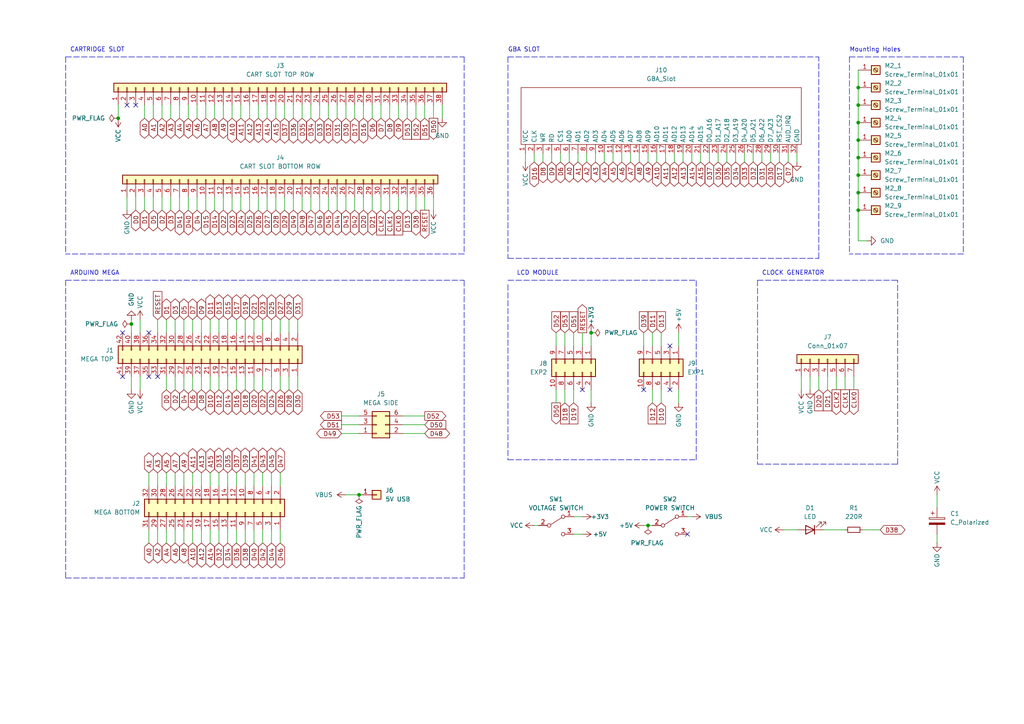
<source format=kicad_sch>
(kicad_sch (version 20211123) (generator eeschema)
  (paper "A4")
  (title_block (title "OSCR HW5") (date "2022-06-04") (rev "V2"))
  (junction (at 248.92 45.72))
  (junction (at 248.92 40.64))
  (junction (at 248.92 55.88))
  (junction (at 248.92 25.4))
  (junction (at 38.1 93.98))
  (junction (at 248.92 30.48))
  (junction (at 104.14 143.51))
  (junction (at 187.96 152.4))
  (junction (at 248.92 60.96))
  (junction (at 248.92 50.8))
  (junction (at 34.29 34.29))
  (junction (at 248.92 35.56))
  (junction (at 171.45 96.52))
  (no_connect (at 43.18 96.52))
  (no_connect (at 43.18 109.22))
  (no_connect (at 45.72 109.22))
  (no_connect (at 168.91 113.03))
  (no_connect (at 186.69 113.03))
  (no_connect (at 194.31 100.33))
  (no_connect (at 194.31 113.03))
  (no_connect (at 36.83 30.48))
  (no_connect (at 199.39 154.94))
  (no_connect (at 39.37 30.48))
  (no_connect (at 35.56 96.52))
  (no_connect (at 35.56 109.22))
  (wire (pts (xy 123.19 30.48) (xy 123.19 34.29)))
  (wire (pts (xy 49.53 57.15) (xy 49.53 60.96)))
  (wire (pts (xy 203.2 44.45) (xy 203.2 46.99)))
  (wire (pts (xy 39.37 57.15) (xy 39.37 60.96)))
  (wire (pts (xy 66.04 153.67) (xy 66.04 157.48)))
  (wire (pts (xy 57.15 57.15) (xy 57.15 60.96)))
  (wire (pts (xy 78.74 92.71) (xy 78.74 96.52)))
  (wire (pts (xy 175.26 44.45) (xy 175.26 46.99)))
  (wire (pts (xy 110.49 30.48) (xy 110.49 34.29)))
  (wire (pts (xy 92.71 30.48) (xy 92.71 34.29)))
  (wire (pts (xy 77.47 30.48) (xy 77.47 34.29)))
  (wire (pts (xy 248.92 40.64) (xy 248.92 45.72)))
  (wire (pts (xy 81.28 153.67) (xy 81.28 157.48)))
  (wire (pts (xy 223.52 44.45) (xy 223.52 46.99)))
  (wire (pts (xy 53.34 109.22) (xy 53.34 113.03)))
  (polyline (pts (xy 147.32 16.51) (xy 237.49 16.51)))
  (wire (pts (xy 118.11 30.48) (xy 118.11 34.29)))
  (wire (pts (xy 190.5 44.45) (xy 190.5 46.99)))
  (wire (pts (xy 82.55 57.15) (xy 82.55 60.96)))
  (wire (pts (xy 187.96 44.45) (xy 187.96 46.99)))
  (wire (pts (xy 52.07 57.15) (xy 52.07 60.96)))
  (wire (pts (xy 71.12 92.71) (xy 71.12 96.52)))
  (wire (pts (xy 100.33 143.51) (xy 104.14 143.51)))
  (wire (pts (xy 66.04 137.16) (xy 66.04 140.97)))
  (wire (pts (xy 73.66 109.22) (xy 73.66 113.03)))
  (wire (pts (xy 218.44 44.45) (xy 218.44 46.99)))
  (wire (pts (xy 99.06 120.65) (xy 104.14 120.65)))
  (wire (pts (xy 208.28 44.45) (xy 208.28 46.99)))
  (wire (pts (xy 170.18 44.45) (xy 170.18 46.99)))
  (wire (pts (xy 242.57 109.22) (xy 242.57 113.03)))
  (wire (pts (xy 157.48 44.45) (xy 157.48 46.99)))
  (wire (pts (xy 238.76 153.67) (xy 245.11 153.67)))
  (wire (pts (xy 189.23 113.03) (xy 189.23 116.84)))
  (wire (pts (xy 58.42 109.22) (xy 58.42 113.03)))
  (polyline (pts (xy 219.71 81.28) (xy 219.71 134.62)))
  (polyline (pts (xy 219.71 81.28) (xy 260.35 81.28)))
  (polyline (pts (xy 219.71 134.62) (xy 260.35 134.62)))
  (polyline (pts (xy 260.35 134.62) (xy 260.35 81.28)))
  (wire (pts (xy 107.95 30.48) (xy 107.95 34.29)))
  (wire (pts (xy 55.88 109.22) (xy 55.88 113.03)))
  (wire (pts (xy 248.92 69.85) (xy 251.46 69.85)))
  (wire (pts (xy 123.19 57.15) (xy 123.19 60.96)))
  (wire (pts (xy 41.91 30.48) (xy 41.91 34.29)))
  (wire (pts (xy 74.93 30.48) (xy 74.93 34.29)))
  (wire (pts (xy 116.84 120.65) (xy 123.19 120.65)))
  (wire (pts (xy 248.92 20.32) (xy 248.92 25.4)))
  (wire (pts (xy 72.39 30.48) (xy 72.39 34.29)))
  (wire (pts (xy 54.61 57.15) (xy 54.61 60.96)))
  (wire (pts (xy 80.01 57.15) (xy 80.01 60.96)))
  (wire (pts (xy 115.57 57.15) (xy 115.57 60.96)))
  (wire (pts (xy 165.1 44.45) (xy 165.1 46.99)))
  (wire (pts (xy 68.58 92.71) (xy 68.58 96.52)))
  (wire (pts (xy 60.96 92.71) (xy 60.96 96.52)))
  (wire (pts (xy 110.49 57.15) (xy 110.49 60.96)))
  (wire (pts (xy 248.92 35.56) (xy 248.92 40.64)))
  (wire (pts (xy 196.85 96.52) (xy 196.85 100.33)))
  (wire (pts (xy 45.72 137.16) (xy 45.72 140.97)))
  (wire (pts (xy 72.39 57.15) (xy 72.39 60.96)))
  (wire (pts (xy 160.02 44.45) (xy 160.02 46.99)))
  (wire (pts (xy 196.85 113.03) (xy 196.85 116.84)))
  (wire (pts (xy 64.77 30.48) (xy 64.77 34.29)))
  (wire (pts (xy 55.88 92.71) (xy 55.88 96.52)))
  (wire (pts (xy 193.04 44.45) (xy 193.04 46.99)))
  (wire (pts (xy 81.28 92.71) (xy 81.28 96.52)))
  (wire (pts (xy 191.77 96.52) (xy 191.77 100.33)))
  (wire (pts (xy 215.9 44.45) (xy 215.9 46.99)))
  (wire (pts (xy 248.92 55.88) (xy 248.92 60.96)))
  (wire (pts (xy 125.73 30.48) (xy 125.73 34.29)))
  (wire (pts (xy 46.99 30.48) (xy 46.99 34.29)))
  (wire (pts (xy 55.88 153.67) (xy 55.88 157.48)))
  (wire (pts (xy 240.03 109.22) (xy 240.03 113.03)))
  (wire (pts (xy 71.12 153.67) (xy 71.12 157.48)))
  (wire (pts (xy 205.74 44.45) (xy 205.74 46.99)))
  (wire (pts (xy 73.66 137.16) (xy 73.66 140.97)))
  (wire (pts (xy 63.5 137.16) (xy 63.5 140.97)))
  (wire (pts (xy 44.45 57.15) (xy 44.45 60.96)))
  (wire (pts (xy 105.41 30.48) (xy 105.41 34.29)))
  (polyline (pts (xy 147.32 74.93) (xy 237.49 74.93)))
  (wire (pts (xy 53.34 153.67) (xy 53.34 157.48)))
  (wire (pts (xy 71.12 109.22) (xy 71.12 113.03)))
  (polyline (pts (xy 246.38 16.51) (xy 246.38 73.66)))
  (polyline (pts (xy 246.38 16.51) (xy 279.4 16.51)))
  (polyline (pts (xy 279.4 16.51) (xy 279.4 73.66)))
  (polyline (pts (xy 279.4 73.66) (xy 246.38 73.66)))
  (wire (pts (xy 38.1 109.22) (xy 38.1 113.03)))
  (wire (pts (xy 41.91 57.15) (xy 41.91 60.96)))
  (wire (pts (xy 220.98 44.45) (xy 220.98 46.99)))
  (wire (pts (xy 187.96 152.4) (xy 189.23 152.4)))
  (wire (pts (xy 68.58 137.16) (xy 68.58 140.97)))
  (wire (pts (xy 44.45 30.48) (xy 44.45 34.29)))
  (wire (pts (xy 53.34 137.16) (xy 53.34 140.97)))
  (wire (pts (xy 120.65 57.15) (xy 120.65 60.96)))
  (wire (pts (xy 163.83 96.52) (xy 163.83 100.33)))
  (wire (pts (xy 50.8 92.71) (xy 50.8 96.52)))
  (wire (pts (xy 82.55 30.48) (xy 82.55 34.29)))
  (wire (pts (xy 68.58 109.22) (xy 68.58 113.03)))
  (wire (pts (xy 248.92 30.48) (xy 248.92 35.56)))
  (wire (pts (xy 81.28 109.22) (xy 81.28 113.03)))
  (wire (pts (xy 97.79 57.15) (xy 97.79 60.96)))
  (wire (pts (xy 163.83 113.03) (xy 163.83 116.84)))
  (wire (pts (xy 69.85 30.48) (xy 69.85 34.29)))
  (wire (pts (xy 248.92 45.72) (xy 248.92 50.8)))
  (wire (pts (xy 80.01 30.48) (xy 80.01 34.29)))
  (wire (pts (xy 90.17 57.15) (xy 90.17 60.96)))
  (polyline (pts (xy 19.05 16.51) (xy 19.05 73.66)))
  (polyline (pts (xy 19.05 16.51) (xy 134.62 16.51)))
  (polyline (pts (xy 134.62 16.51) (xy 134.62 73.66)))
  (polyline (pts (xy 134.62 73.66) (xy 19.05 73.66)))
  (wire (pts (xy 245.11 109.22) (xy 245.11 113.03)))
  (wire (pts (xy 60.96 137.16) (xy 60.96 140.97)))
  (wire (pts (xy 52.07 30.48) (xy 52.07 34.29)))
  (wire (pts (xy 248.92 50.8) (xy 248.92 55.88)))
  (wire (pts (xy 227.33 153.67) (xy 231.14 153.67)))
  (wire (pts (xy 78.74 137.16) (xy 78.74 140.97)))
  (wire (pts (xy 100.33 30.48) (xy 100.33 34.29)))
  (wire (pts (xy 58.42 92.71) (xy 58.42 96.52)))
  (wire (pts (xy 177.8 44.45) (xy 177.8 46.99)))
  (wire (pts (xy 58.42 137.16) (xy 58.42 140.97)))
  (wire (pts (xy 50.8 109.22) (xy 50.8 113.03)))
  (wire (pts (xy 38.1 92.71) (xy 38.1 93.98)))
  (wire (pts (xy 34.29 30.48) (xy 34.29 34.29)))
  (wire (pts (xy 95.25 30.48) (xy 95.25 34.29)))
  (wire (pts (xy 50.8 137.16) (xy 50.8 140.97)))
  (wire (pts (xy 154.94 152.4) (xy 156.21 152.4)))
  (wire (pts (xy 95.25 57.15) (xy 95.25 60.96)))
  (wire (pts (xy 77.47 57.15) (xy 77.47 60.96)))
  (wire (pts (xy 186.69 152.4) (xy 187.96 152.4)))
  (wire (pts (xy 64.77 57.15) (xy 64.77 60.96)))
  (wire (pts (xy 271.78 154.94) (xy 271.78 157.48)))
  (polyline (pts (xy 237.49 74.93) (xy 237.49 16.51)))
  (wire (pts (xy 67.31 30.48) (xy 67.31 34.29)))
  (wire (pts (xy 87.63 30.48) (xy 87.63 34.29)))
  (wire (pts (xy 113.03 30.48) (xy 113.03 34.29)))
  (wire (pts (xy 40.64 92.71) (xy 40.64 96.52)))
  (wire (pts (xy 38.1 93.98) (xy 38.1 96.52)))
  (wire (pts (xy 71.12 137.16) (xy 71.12 140.97)))
  (wire (pts (xy 232.41 109.22) (xy 232.41 113.03)))
  (wire (pts (xy 189.23 96.52) (xy 189.23 100.33)))
  (wire (pts (xy 78.74 109.22) (xy 78.74 113.03)))
  (wire (pts (xy 46.99 57.15) (xy 46.99 60.96)))
  (wire (pts (xy 48.26 137.16) (xy 48.26 140.97)))
  (polyline (pts (xy 147.32 81.28) (xy 201.93 81.28)))
  (polyline (pts (xy 147.32 82.55) (xy 147.32 133.35)))
  (polyline (pts (xy 147.32 133.35) (xy 201.93 133.35)))
  (polyline (pts (xy 201.93 133.35) (xy 201.93 81.28)))
  (wire (pts (xy 86.36 109.22) (xy 86.36 113.03)))
  (wire (pts (xy 162.56 44.45) (xy 162.56 46.99)))
  (wire (pts (xy 58.42 153.67) (xy 58.42 157.48)))
  (polyline (pts (xy 19.05 81.28) (xy 19.05 167.64)))
  (polyline (pts (xy 19.05 81.28) (xy 134.62 81.28)))
  (polyline (pts (xy 19.05 167.64) (xy 134.62 167.64)))
  (polyline (pts (xy 134.62 167.64) (xy 134.62 81.28)))
  (wire (pts (xy 107.95 57.15) (xy 107.95 60.96)))
  (wire (pts (xy 63.5 109.22) (xy 63.5 113.03)))
  (wire (pts (xy 199.39 149.86) (xy 200.66 149.86)))
  (wire (pts (xy 67.31 57.15) (xy 67.31 60.96)))
  (wire (pts (xy 99.06 123.19) (xy 104.14 123.19)))
  (wire (pts (xy 54.61 30.48) (xy 54.61 34.29)))
  (wire (pts (xy 161.29 113.03) (xy 161.29 116.84)))
  (wire (pts (xy 168.91 96.52) (xy 168.91 100.33)))
  (wire (pts (xy 53.34 92.71) (xy 53.34 96.52)))
  (wire (pts (xy 166.37 149.86) (xy 168.91 149.86)))
  (wire (pts (xy 68.58 153.67) (xy 68.58 157.48)))
  (wire (pts (xy 171.45 113.03) (xy 171.45 116.84)))
  (wire (pts (xy 161.29 96.52) (xy 161.29 100.33)))
  (wire (pts (xy 49.53 30.48) (xy 49.53 34.29)))
  (wire (pts (xy 271.78 143.51) (xy 271.78 147.32)))
  (wire (pts (xy 198.12 44.45) (xy 198.12 46.99)))
  (wire (pts (xy 154.94 44.45) (xy 154.94 46.99)))
  (wire (pts (xy 113.03 57.15) (xy 113.03 60.96)))
  (wire (pts (xy 60.96 153.67) (xy 60.96 157.48)))
  (wire (pts (xy 171.45 96.52) (xy 171.45 100.33)))
  (wire (pts (xy 102.87 30.48) (xy 102.87 34.29)))
  (wire (pts (xy 166.37 154.94) (xy 168.91 154.94)))
  (wire (pts (xy 180.34 44.45) (xy 180.34 46.99)))
  (wire (pts (xy 59.69 30.48) (xy 59.69 34.29)))
  (wire (pts (xy 45.72 153.67) (xy 45.72 157.48)))
  (wire (pts (xy 92.71 57.15) (xy 92.71 60.96)))
  (wire (pts (xy 186.69 96.52) (xy 186.69 100.33)))
  (wire (pts (xy 195.58 44.45) (xy 195.58 46.99)))
  (wire (pts (xy 237.49 109.22) (xy 237.49 113.03)))
  (wire (pts (xy 78.74 153.67) (xy 78.74 157.48)))
  (wire (pts (xy 62.23 57.15) (xy 62.23 60.96)))
  (wire (pts (xy 83.82 92.71) (xy 83.82 96.52)))
  (wire (pts (xy 63.5 153.67) (xy 63.5 157.48)))
  (wire (pts (xy 228.6 44.45) (xy 228.6 46.99)))
  (wire (pts (xy 76.2 153.67) (xy 76.2 157.48)))
  (wire (pts (xy 43.18 137.16) (xy 43.18 140.97)))
  (wire (pts (xy 128.27 30.48) (xy 128.27 34.29)))
  (wire (pts (xy 166.37 113.03) (xy 166.37 116.84)))
  (wire (pts (xy 248.92 25.4) (xy 248.92 30.48)))
  (wire (pts (xy 60.96 109.22) (xy 60.96 113.03)))
  (wire (pts (xy 74.93 57.15) (xy 74.93 60.96)))
  (wire (pts (xy 48.26 92.71) (xy 48.26 96.52)))
  (wire (pts (xy 73.66 92.71) (xy 73.66 96.52)))
  (wire (pts (xy 191.77 113.03) (xy 191.77 116.84)))
  (wire (pts (xy 115.57 30.48) (xy 115.57 34.29)))
  (wire (pts (xy 62.23 30.48) (xy 62.23 34.29)))
  (wire (pts (xy 105.41 57.15) (xy 105.41 60.96)))
  (wire (pts (xy 210.82 44.45) (xy 210.82 46.99)))
  (wire (pts (xy 120.65 30.48) (xy 120.65 34.29)))
  (wire (pts (xy 57.15 30.48) (xy 57.15 34.29)))
  (wire (pts (xy 85.09 57.15) (xy 85.09 60.96)))
  (wire (pts (xy 99.06 125.73) (xy 104.14 125.73)))
  (wire (pts (xy 45.72 92.71) (xy 45.72 96.52)))
  (wire (pts (xy 85.09 30.48) (xy 85.09 34.29)))
  (wire (pts (xy 83.82 109.22) (xy 83.82 113.03)))
  (wire (pts (xy 76.2 137.16) (xy 76.2 140.97)))
  (wire (pts (xy 40.64 109.22) (xy 40.64 113.03)))
  (polyline (pts (xy 147.32 16.51) (xy 147.32 74.93)))
  (wire (pts (xy 213.36 44.45) (xy 213.36 46.99)))
  (wire (pts (xy 116.84 125.73) (xy 123.19 125.73)))
  (wire (pts (xy 118.11 57.15) (xy 118.11 60.96)))
  (wire (pts (xy 116.84 123.19) (xy 123.19 123.19)))
  (wire (pts (xy 50.8 153.67) (xy 50.8 157.48)))
  (wire (pts (xy 87.63 57.15) (xy 87.63 60.96)))
  (wire (pts (xy 69.85 57.15) (xy 69.85 60.96)))
  (wire (pts (xy 247.65 109.22) (xy 247.65 113.03)))
  (wire (pts (xy 66.04 92.71) (xy 66.04 96.52)))
  (wire (pts (xy 125.73 57.15) (xy 125.73 60.96)))
  (wire (pts (xy 182.88 44.45) (xy 182.88 46.99)))
  (wire (pts (xy 48.26 153.67) (xy 48.26 157.48)))
  (wire (pts (xy 172.72 44.45) (xy 172.72 46.99)))
  (wire (pts (xy 90.17 30.48) (xy 90.17 34.29)))
  (wire (pts (xy 250.19 153.67) (xy 255.27 153.67)))
  (wire (pts (xy 97.79 30.48) (xy 97.79 34.29)))
  (wire (pts (xy 167.64 44.45) (xy 167.64 46.99)))
  (wire (pts (xy 43.18 153.67) (xy 43.18 157.48)))
  (wire (pts (xy 36.83 57.15) (xy 36.83 60.96)))
  (wire (pts (xy 185.42 44.45) (xy 185.42 46.99)))
  (wire (pts (xy 166.37 96.52) (xy 166.37 100.33)))
  (wire (pts (xy 231.14 44.45) (xy 231.14 46.99)))
  (wire (pts (xy 66.04 109.22) (xy 66.04 113.03)))
  (wire (pts (xy 100.33 57.15) (xy 100.33 60.96)))
  (wire (pts (xy 76.2 109.22) (xy 76.2 113.03)))
  (wire (pts (xy 76.2 92.71) (xy 76.2 96.52)))
  (wire (pts (xy 48.26 109.22) (xy 48.26 113.03)))
  (wire (pts (xy 73.66 153.67) (xy 73.66 157.48)))
  (wire (pts (xy 55.88 137.16) (xy 55.88 140.97)))
  (wire (pts (xy 102.87 57.15) (xy 102.87 60.96)))
  (wire (pts (xy 200.66 44.45) (xy 200.66 46.99)))
  (wire (pts (xy 234.95 109.22) (xy 234.95 113.03)))
  (wire (pts (xy 248.92 60.96) (xy 248.92 69.85)))
  (wire (pts (xy 59.69 57.15) (xy 59.69 60.96)))
  (wire (pts (xy 86.36 92.71) (xy 86.36 96.52)))
  (wire (pts (xy 63.5 92.71) (xy 63.5 96.52)))
  (wire (pts (xy 152.4 44.45) (xy 152.4 46.99)))
  (wire (pts (xy 226.06 44.45) (xy 226.06 46.99)))
  (wire (pts (xy 81.28 137.16) (xy 81.28 140.97)))
  (text "LCD MODULE" (at 149.86 80.01 0) (effects (font (size 1.27 1.27)) (justify left bottom)))
  (text "CLOCK GENERATOR" (at 220.98 80.01 0) (effects (font (size 1.27 1.27)) (justify left bottom)))
  (text "CARTRIDGE SLOT" (at 20.32 15.24 0) (effects (font (size 1.27 1.27)) (justify left bottom)))
  (text "GBA SLOT" (at 147.32 15.24 0) (effects (font (size 1.27 1.27)) (justify left bottom)))
  (text "ARDUINO MEGA" (at 20.32 80.01 0) (effects (font (size 1.27 1.27)) (justify left bottom)))
  (text "Mounting Holes" (at 246.38 15.24 0) (effects (font (size 1.27 1.27)) (justify left bottom)))
  (global_label "D14" (shape bidirectional) (at 66.04 113.03 270) (property "Intersheet References" "${INTERSHEET_REFS}" (effects hide)))
  (global_label "A7" (shape bidirectional) (at 182.88 46.99 270) (property "Intersheet References" "${INTERSHEET_REFS}" (effects hide)))
  (global_label "D44" (shape bidirectional) (at 78.74 157.48 270) (property "Intersheet References" "${INTERSHEET_REFS}" (effects hide)))
  (global_label "A6" (shape bidirectional) (at 57.15 34.29 270) (property "Intersheet References" "${INTERSHEET_REFS}" (effects hide)))
  (global_label "D6" (shape bidirectional) (at 162.56 46.99 270) (property "Intersheet References" "${INTERSHEET_REFS}" (effects hide)))
  (global_label "D11" (shape input) (at 189.23 96.52 90) (property "Intersheet References" "${INTERSHEET_REFS}" (effects hide)))
  (global_label "D51" (shape input) (at 123.19 34.29 270) (property "Intersheet References" "${INTERSHEET_REFS}" (effects hide)))
  (global_label "D38" (shape bidirectional) (at 71.12 157.48 270) (property "Intersheet References" "${INTERSHEET_REFS}" (effects hide)))
  (global_label "D29" (shape bidirectional) (at 82.55 60.96 270) (property "Intersheet References" "${INTERSHEET_REFS}" (effects hide)))
  (global_label "A10" (shape bidirectional) (at 55.88 157.48 270) (property "Intersheet References" "${INTERSHEET_REFS}" (effects hide)))
  (global_label "A9" (shape bidirectional) (at 64.77 34.29 270) (property "Intersheet References" "${INTERSHEET_REFS}" (effects hide)))
  (global_label "D31" (shape bidirectional) (at 97.79 34.29 270) (property "Intersheet References" "${INTERSHEET_REFS}" (effects hide)))
  (global_label "D4" (shape bidirectional) (at 53.34 113.03 270) (property "Intersheet References" "${INTERSHEET_REFS}" (effects hide)))
  (global_label "D24" (shape bidirectional) (at 69.85 60.96 270) (property "Intersheet References" "${INTERSHEET_REFS}" (effects hide)))
  (global_label "D28" (shape bidirectional) (at 83.82 113.03 270) (property "Intersheet References" "${INTERSHEET_REFS}" (effects hide)))
  (global_label "D9" (shape bidirectional) (at 160.02 46.99 270) (property "Intersheet References" "${INTERSHEET_REFS}" (effects hide)))
  (global_label "D19" (shape bidirectional) (at 71.12 92.71 90) (property "Intersheet References" "${INTERSHEET_REFS}" (effects hide)))
  (global_label "CLK2" (shape output) (at 242.57 113.03 270) (property "Intersheet References" "${INTERSHEET_REFS}" (effects hide)))
  (global_label "D0" (shape bidirectional) (at 48.26 113.03 270) (property "Intersheet References" "${INTERSHEET_REFS}" (effects hide)))
  (global_label "D50" (shape output) (at 125.73 34.29 270) (property "Intersheet References" "${INTERSHEET_REFS}" (effects hide)))
  (global_label "D17" (shape bidirectional) (at 102.87 34.29 270) (property "Intersheet References" "${INTERSHEET_REFS}" (effects hide)))
  (global_label "D37" (shape bidirectional) (at 68.58 137.16 90) (property "Intersheet References" "${INTERSHEET_REFS}" (effects hide)))
  (global_label "D7" (shape bidirectional) (at 228.6 46.99 270) (property "Intersheet References" "${INTERSHEET_REFS}" (effects hide)))
  (global_label "D34" (shape bidirectional) (at 90.17 34.29 270) (property "Intersheet References" "${INTERSHEET_REFS}" (effects hide)))
  (global_label "A11" (shape bidirectional) (at 69.85 34.29 270) (property "Intersheet References" "${INTERSHEET_REFS}" (effects hide)))
  (global_label "A6" (shape bidirectional) (at 50.8 157.48 270) (property "Intersheet References" "${INTERSHEET_REFS}" (effects hide)))
  (global_label "D46" (shape bidirectional) (at 92.71 60.96 270) (property "Intersheet References" "${INTERSHEET_REFS}" (effects hide)))
  (global_label "A2" (shape bidirectional) (at 170.18 46.99 270) (property "Intersheet References" "${INTERSHEET_REFS}" (effects hide)))
  (global_label "D25" (shape bidirectional) (at 72.39 60.96 270) (property "Intersheet References" "${INTERSHEET_REFS}" (effects hide)))
  (global_label "A5" (shape bidirectional) (at 177.8 46.99 270) (property "Intersheet References" "${INTERSHEET_REFS}" (effects hide)))
  (global_label "D24" (shape bidirectional) (at 78.74 113.03 270) (property "Intersheet References" "${INTERSHEET_REFS}" (effects hide)))
  (global_label "CLK1" (shape input) (at 113.03 60.96 270) (property "Intersheet References" "${INTERSHEET_REFS}" (effects hide)))
  (global_label "A5" (shape bidirectional) (at 54.61 34.29 270) (property "Intersheet References" "${INTERSHEET_REFS}" (effects hide)))
  (global_label "D50" (shape output) (at 161.29 116.84 270) (property "Intersheet References" "${INTERSHEET_REFS}" (effects hide)))
  (global_label "A13" (shape bidirectional) (at 198.12 46.99 270) (property "Intersheet References" "${INTERSHEET_REFS}" (effects hide)))
  (global_label "CLK0" (shape output) (at 247.65 113.03 270) (property "Intersheet References" "${INTERSHEET_REFS}" (effects hide)))
  (global_label "A11" (shape bidirectional) (at 55.88 137.16 90) (property "Intersheet References" "${INTERSHEET_REFS}" (effects hide)))
  (global_label "D49" (shape bidirectional) (at 85.09 60.96 270) (property "Intersheet References" "${INTERSHEET_REFS}" (effects hide)))
  (global_label "D7" (shape bidirectional) (at 110.49 34.29 270) (property "Intersheet References" "${INTERSHEET_REFS}" (effects hide)))
  (global_label "D46" (shape bidirectional) (at 81.28 157.48 270) (property "Intersheet References" "${INTERSHEET_REFS}" (effects hide)))
  (global_label "D48" (shape bidirectional) (at 123.19 125.73 0) (property "Intersheet References" "${INTERSHEET_REFS}" (effects hide)))
  (global_label "D21" (shape bidirectional) (at 73.66 92.71 90) (property "Intersheet References" "${INTERSHEET_REFS}" (effects hide)))
  (global_label "D6" (shape bidirectional) (at 55.88 113.03 270) (property "Intersheet References" "${INTERSHEET_REFS}" (effects hide)))
  (global_label "D16" (shape bidirectional) (at 105.41 34.29 270) (property "Intersheet References" "${INTERSHEET_REFS}" (effects hide)))
  (global_label "D33" (shape bidirectional) (at 92.71 34.29 270) (property "Intersheet References" "${INTERSHEET_REFS}" (effects hide)))
  (global_label "A12" (shape bidirectional) (at 72.39 34.29 270) (property "Intersheet References" "${INTERSHEET_REFS}" (effects hide)))
  (global_label "CLK0" (shape input) (at 115.57 60.96 270) (property "Intersheet References" "${INTERSHEET_REFS}" (effects hide)))
  (global_label "D9" (shape bidirectional) (at 115.57 34.29 270) (property "Intersheet References" "${INTERSHEET_REFS}" (effects hide)))
  (global_label "D53" (shape input) (at 118.11 34.29 270) (property "Intersheet References" "${INTERSHEET_REFS}" (effects hide)))
  (global_label "D17" (shape bidirectional) (at 68.58 92.71 90) (property "Intersheet References" "${INTERSHEET_REFS}" (effects hide)))
  (global_label "D38" (shape bidirectional) (at 120.65 60.96 270) (property "Intersheet References" "${INTERSHEET_REFS}" (effects hide)))
  (global_label "A7" (shape bidirectional) (at 59.69 34.29 270) (property "Intersheet References" "${INTERSHEET_REFS}" (effects hide)))
  (global_label "D52" (shape input) (at 120.65 34.29 270) (property "Intersheet References" "${INTERSHEET_REFS}" (effects hide)))
  (global_label "D30" (shape bidirectional) (at 100.33 34.29 270) (property "Intersheet References" "${INTERSHEET_REFS}" (effects hide)))
  (global_label "D13" (shape input) (at 191.77 96.52 90) (property "Intersheet References" "${INTERSHEET_REFS}" (effects hide)))
  (global_label "D8" (shape bidirectional) (at 58.42 113.03 270) (property "Intersheet References" "${INTERSHEET_REFS}" (effects hide)))
  (global_label "D40" (shape bidirectional) (at 54.61 60.96 270) (property "Intersheet References" "${INTERSHEET_REFS}" (effects hide)))
  (global_label "D15" (shape bidirectional) (at 59.69 60.96 270) (property "Intersheet References" "${INTERSHEET_REFS}" (effects hide)))
  (global_label "A10" (shape bidirectional) (at 190.5 46.99 270) (property "Intersheet References" "${INTERSHEET_REFS}" (effects hide)))
  (global_label "D34" (shape bidirectional) (at 66.04 157.48 270) (property "Intersheet References" "${INTERSHEET_REFS}" (effects hide)))
  (global_label "D22" (shape bidirectional) (at 76.2 113.03 270) (property "Intersheet References" "${INTERSHEET_REFS}" (effects hide)))
  (global_label "D26" (shape bidirectional) (at 81.28 113.03 270) (property "Intersheet References" "${INTERSHEET_REFS}" (effects hide)))
  (global_label "D28" (shape bidirectional) (at 80.01 60.96 270) (property "Intersheet References" "${INTERSHEET_REFS}" (effects hide)))
  (global_label "A3" (shape bidirectional) (at 172.72 46.99 270) (property "Intersheet References" "${INTERSHEET_REFS}" (effects hide)))
  (global_label "D42" (shape bidirectional) (at 76.2 157.48 270) (property "Intersheet References" "${INTERSHEET_REFS}" (effects hide)))
  (global_label "D43" (shape bidirectional) (at 76.2 137.16 90) (property "Intersheet References" "${INTERSHEET_REFS}" (effects hide)))
  (global_label "A1" (shape bidirectional) (at 44.45 34.29 270) (property "Intersheet References" "${INTERSHEET_REFS}" (effects hide)))
  (global_label "D47" (shape bidirectional) (at 90.17 60.96 270) (property "Intersheet References" "${INTERSHEET_REFS}" (effects hide)))
  (global_label "D12" (shape input) (at 189.23 116.84 270) (property "Intersheet References" "${INTERSHEET_REFS}" (effects hide)))
  (global_label "D36" (shape bidirectional) (at 68.58 157.48 270) (property "Intersheet References" "${INTERSHEET_REFS}" (effects hide)))
  (global_label "A13" (shape bidirectional) (at 74.93 34.29 270) (property "Intersheet References" "${INTERSHEET_REFS}" (effects hide)))
  (global_label "D16" (shape bidirectional) (at 68.58 113.03 270) (property "Intersheet References" "${INTERSHEET_REFS}" (effects hide)))
  (global_label "D18" (shape input) (at 163.83 116.84 270) (property "Intersheet References" "${INTERSHEET_REFS}" (effects hide)))
  (global_label "A3" (shape bidirectional) (at 49.53 34.29 270) (property "Intersheet References" "${INTERSHEET_REFS}" (effects hide)))
  (global_label "A12" (shape bidirectional) (at 58.42 157.48 270) (property "Intersheet References" "${INTERSHEET_REFS}" (effects hide)))
  (global_label "D49" (shape bidirectional) (at 99.06 125.73 180) (property "Intersheet References" "${INTERSHEET_REFS}" (effects hide)))
  (global_label "D51" (shape output) (at 99.06 123.19 180) (property "Intersheet References" "${INTERSHEET_REFS}" (effects hide)))
  (global_label "A9" (shape bidirectional) (at 53.34 137.16 90) (property "Intersheet References" "${INTERSHEET_REFS}" (effects hide)))
  (global_label "A11" (shape bidirectional) (at 193.04 46.99 270) (property "Intersheet References" "${INTERSHEET_REFS}" (effects hide)))
  (global_label "D43" (shape bidirectional) (at 100.33 60.96 270) (property "Intersheet References" "${INTERSHEET_REFS}" (effects hide)))
  (global_label "D8" (shape bidirectional) (at 113.03 34.29 270) (property "Intersheet References" "${INTERSHEET_REFS}" (effects hide)))
  (global_label "D36" (shape bidirectional) (at 85.09 34.29 270) (property "Intersheet References" "${INTERSHEET_REFS}" (effects hide)))
  (global_label "D35" (shape bidirectional) (at 210.82 46.99 270) (property "Intersheet References" "${INTERSHEET_REFS}" (effects hide)))
  (global_label "D47" (shape bidirectional) (at 81.28 137.16 90) (property "Intersheet References" "${INTERSHEET_REFS}" (effects hide)))
  (global_label "D45" (shape bidirectional) (at 78.74 137.16 90) (property "Intersheet References" "${INTERSHEET_REFS}" (effects hide)))
  (global_label "A2" (shape bidirectional) (at 45.72 157.48 270) (property "Intersheet References" "${INTERSHEET_REFS}" (effects hide)))
  (global_label "D23" (shape bidirectional) (at 67.31 60.96 270) (property "Intersheet References" "${INTERSHEET_REFS}" (effects hide)))
  (global_label "D31" (shape bidirectional) (at 86.36 92.71 90) (property "Intersheet References" "${INTERSHEET_REFS}" (effects hide)))
  (global_label "D30" (shape bidirectional) (at 223.52 46.99 270) (property "Intersheet References" "${INTERSHEET_REFS}" (effects hide)))
  (global_label "D33" (shape bidirectional) (at 215.9 46.99 270) (property "Intersheet References" "${INTERSHEET_REFS}" (effects hide)))
  (global_label "D1" (shape bidirectional) (at 41.91 60.96 270) (property "Intersheet References" "${INTERSHEET_REFS}" (effects hide)))
  (global_label "D39" (shape bidirectional) (at 71.12 137.16 90) (property "Intersheet References" "${INTERSHEET_REFS}" (effects hide)))
  (global_label "D25" (shape bidirectional) (at 78.74 92.71 90) (property "Intersheet References" "${INTERSHEET_REFS}" (effects hide)))
  (global_label "D14" (shape bidirectional) (at 62.23 60.96 270) (property "Intersheet References" "${INTERSHEET_REFS}" (effects hide)))
  (global_label "A13" (shape bidirectional) (at 58.42 137.16 90) (property "Intersheet References" "${INTERSHEET_REFS}" (effects hide)))
  (global_label "D31" (shape bidirectional) (at 220.98 46.99 270) (property "Intersheet References" "${INTERSHEET_REFS}" (effects hide)))
  (global_label "D19" (shape input) (at 166.37 116.84 270) (property "Intersheet References" "${INTERSHEET_REFS}" (effects hide)))
  (global_label "A9" (shape bidirectional) (at 187.96 46.99 270) (property "Intersheet References" "${INTERSHEET_REFS}" (effects hide)))
  (global_label "D4" (shape bidirectional) (at 57.15 60.96 270) (property "Intersheet References" "${INTERSHEET_REFS}" (effects hide)))
  (global_label "D22" (shape bidirectional) (at 64.77 60.96 270) (property "Intersheet References" "${INTERSHEET_REFS}" (effects hide)))
  (global_label "A5" (shape bidirectional) (at 48.26 137.16 90) (property "Intersheet References" "${INTERSHEET_REFS}" (effects hide)))
  (global_label "D2" (shape bidirectional) (at 46.99 60.96 270) (property "Intersheet References" "${INTERSHEET_REFS}" (effects hide)))
  (global_label "D50" (shape input) (at 123.19 123.19 0) (property "Intersheet References" "${INTERSHEET_REFS}" (effects hide)))
  (global_label "D17" (shape bidirectional) (at 226.06 46.99 270) (property "Intersheet References" "${INTERSHEET_REFS}" (effects hide)))
  (global_label "CLK1" (shape output) (at 245.11 113.03 270) (property "Intersheet References" "${INTERSHEET_REFS}" (effects hide)))
  (global_label "D35" (shape bidirectional) (at 87.63 34.29 270) (property "Intersheet References" "${INTERSHEET_REFS}" (effects hide)))
  (global_label "D39" (shape input) (at 186.69 96.52 90) (property "Intersheet References" "${INTERSHEET_REFS}" (effects hide)))
  (global_label "D21" (shape bidirectional) (at 107.95 60.96 270) (property "Intersheet References" "${INTERSHEET_REFS}" (effects hide)))
  (global_label "A0" (shape bidirectional) (at 41.91 34.29 270) (property "Intersheet References" "${INTERSHEET_REFS}" (effects hide)))
  (global_label "D13" (shape bidirectional) (at 63.5 92.71 90) (property "Intersheet References" "${INTERSHEET_REFS}" (effects hide)))
  (global_label "D27" (shape bidirectional) (at 81.28 92.71 90) (property "Intersheet References" "${INTERSHEET_REFS}" (effects hide)))
  (global_label "RESET" (shape input) (at 45.72 92.71 90) (property "Intersheet References" "${INTERSHEET_REFS}" (effects hide)))
  (global_label "D44" (shape bidirectional) (at 97.79 60.96 270) (property "Intersheet References" "${INTERSHEET_REFS}" (effects hide)))
  (global_label "A14" (shape bidirectional) (at 60.96 157.48 270) (property "Intersheet References" "${INTERSHEET_REFS}" (effects hide)))
  (global_label "D34" (shape bidirectional) (at 213.36 46.99 270) (property "Intersheet References" "${INTERSHEET_REFS}" (effects hide)))
  (global_label "D48" (shape bidirectional) (at 87.63 60.96 270) (property "Intersheet References" "${INTERSHEET_REFS}" (effects hide)))
  (global_label "A10" (shape bidirectional) (at 67.31 34.29 270) (property "Intersheet References" "${INTERSHEET_REFS}" (effects hide)))
  (global_label "D15" (shape bidirectional) (at 66.04 92.71 90) (property "Intersheet References" "${INTERSHEET_REFS}" (effects hide)))
  (global_label "A8" (shape bidirectional) (at 185.42 46.99 270) (property "Intersheet References" "${INTERSHEET_REFS}" (effects hide)))
  (global_label "D27" (shape bidirectional) (at 77.47 60.96 270) (property "Intersheet References" "${INTERSHEET_REFS}" (effects hide)))
  (global_label "D0" (shape bidirectional) (at 39.37 60.96 270) (property "Intersheet References" "${INTERSHEET_REFS}" (effects hide)))
  (global_label "D38" (shape bidirectional) (at 255.27 153.67 0) (property "Intersheet References" "${INTERSHEET_REFS}" (effects hide)))
  (global_label "D1" (shape bidirectional) (at 48.26 92.71 90) (property "Intersheet References" "${INTERSHEET_REFS}" (effects hide)))
  (global_label "D2" (shape bidirectional) (at 50.8 113.03 270) (property "Intersheet References" "${INTERSHEET_REFS}" (effects hide)))
  (global_label "A0" (shape bidirectional) (at 165.1 46.99 270) (property "Intersheet References" "${INTERSHEET_REFS}" (effects hide)))
  (global_label "D33" (shape bidirectional) (at 63.5 137.16 90) (property "Intersheet References" "${INTERSHEET_REFS}" (effects hide)))
  (global_label "A4" (shape bidirectional) (at 175.26 46.99 270) (property "Intersheet References" "${INTERSHEET_REFS}" (effects hide)))
  (global_label "D16" (shape bidirectional) (at 154.94 46.99 270) (property "Intersheet References" "${INTERSHEET_REFS}" (effects hide)))
  (global_label "D3" (shape bidirectional) (at 49.53 60.96 270) (property "Intersheet References" "${INTERSHEET_REFS}" (effects hide)))
  (global_label "D36" (shape bidirectional) (at 208.28 46.99 270) (property "Intersheet References" "${INTERSHEET_REFS}" (effects hide)))
  (global_label "D42" (shape bidirectional) (at 102.87 60.96 270) (property "Intersheet References" "${INTERSHEET_REFS}" (effects hide)))
  (global_label "D40" (shape bidirectional) (at 73.66 157.48 270) (property "Intersheet References" "${INTERSHEET_REFS}" (effects hide)))
  (global_label "D3" (shape bidirectional) (at 50.8 92.71 90) (property "Intersheet References" "${INTERSHEET_REFS}" (effects hide)))
  (global_label "D41" (shape bidirectional) (at 52.07 60.96 270) (property "Intersheet References" "${INTERSHEET_REFS}" (effects hide)))
  (global_label "D13" (shape input) (at 118.11 60.96 270) (property "Intersheet References" "${INTERSHEET_REFS}" (effects hide)))
  (global_label "D18" (shape bidirectional) (at 71.12 113.03 270) (property "Intersheet References" "${INTERSHEET_REFS}" (effects hide)))
  (global_label "D7" (shape bidirectional) (at 55.88 92.71 90) (property "Intersheet References" "${INTERSHEET_REFS}" (effects hide)))
  (global_label "D32" (shape bidirectional) (at 95.25 34.29 270) (property "Intersheet References" "${INTERSHEET_REFS}" (effects hide)))
  (global_label "A4" (shape bidirectional) (at 48.26 157.48 270) (property "Intersheet References" "${INTERSHEET_REFS}" (effects hide)))
  (global_label "A1" (shape bidirectional) (at 43.18 137.16 90) (property "Intersheet References" "${INTERSHEET_REFS}" (effects hide)))
  (global_label "D37" (shape bidirectional) (at 82.55 34.29 270) (property "Intersheet References" "${INTERSHEET_REFS}" (effects hide)))
  (global_label "A3" (shape bidirectional) (at 45.72 137.16 90) (property "Intersheet References" "${INTERSHEET_REFS}" (effects hide)))
  (global_label "A6" (shape bidirectional) (at 180.34 46.99 270) (property "Intersheet References" "${INTERSHEET_REFS}" (effects hide)))
  (global_label "D12" (shape bidirectional) (at 63.5 113.03 270) (property "Intersheet References" "${INTERSHEET_REFS}" (effects hide)))
  (global_label "D21" (shape input) (at 240.03 113.03 270) (property "Intersheet References" "${INTERSHEET_REFS}" (effects hide)))
  (global_label "A15" (shape bidirectional) (at 203.2 46.99 270) (property "Intersheet References" "${INTERSHEET_REFS}" (effects hide)))
  (global_label "D11" (shape bidirectional) (at 60.96 92.71 90) (property "Intersheet References" "${INTERSHEET_REFS}" (effects hide)))
  (global_label "A14" (shape bidirectional) (at 200.66 46.99 270) (property "Intersheet References" "${INTERSHEET_REFS}" (effects hide)))
  (global_label "A14" (shape bidirectional) (at 77.47 34.29 270) (property "Intersheet References" "${INTERSHEET_REFS}" (effects hide)))
  (global_label "RESET" (shape output) (at 123.19 60.96 270) (property "Intersheet References" "${INTERSHEET_REFS}" (effects hide)))
  (global_label "D23" (shape bidirectional) (at 76.2 92.71 90) (property "Intersheet References" "${INTERSHEET_REFS}" (effects hide)))
  (global_label "D32" (shape bidirectional) (at 218.44 46.99 270) (property "Intersheet References" "${INTERSHEET_REFS}" (effects hide)))
  (global_label "D9" (shape bidirectional) (at 58.42 92.71 90) (property "Intersheet References" "${INTERSHEET_REFS}" (effects hide)))
  (global_label "A7" (shape bidirectional) (at 50.8 137.16 90) (property "Intersheet References" "${INTERSHEET_REFS}" (effects hide)))
  (global_label "D45" (shape bidirectional) (at 95.25 60.96 270) (property "Intersheet References" "${INTERSHEET_REFS}" (effects hide)))
  (global_label "A15" (shape bidirectional) (at 80.01 34.29 270) (property "Intersheet References" "${INTERSHEET_REFS}" (effects hide)))
  (global_label "D6" (shape bidirectional) (at 107.95 34.29 270) (property "Intersheet References" "${INTERSHEET_REFS}" (effects hide)))
  (global_label "A8" (shape bidirectional) (at 53.34 157.48 270) (property "Intersheet References" "${INTERSHEET_REFS}" (effects hide)))
  (global_label "D20" (shape bidirectional) (at 105.41 60.96 270) (property "Intersheet References" "${INTERSHEET_REFS}" (effects hide)))
  (global_label "D5" (shape bidirectional) (at 53.34 92.71 90) (property "Intersheet References" "${INTERSHEET_REFS}" (effects hide)))
  (global_label "D29" (shape bidirectional) (at 83.82 92.71 90) (property "Intersheet References" "${INTERSHEET_REFS}" (effects hide)))
  (global_label "D53" (shape input) (at 163.83 96.52 90) (property "Intersheet References" "${INTERSHEET_REFS}" (effects hide)))
  (global_label "D10" (shape bidirectional) (at 60.96 113.03 270) (property "Intersheet References" "${INTERSHEET_REFS}" (effects hide)))
  (global_label "D20" (shape input) (at 237.49 113.03 270) (property "Intersheet References" "${INTERSHEET_REFS}" (effects hide)))
  (global_label "CLK2" (shape input) (at 110.49 60.96 270) (property "Intersheet References" "${INTERSHEET_REFS}" (effects hide)))
  (global_label "D26" (shape bidirectional) (at 74.93 60.96 270) (property "Intersheet References" "${INTERSHEET_REFS}" (effects hide)))
  (global_label "D51" (shape input) (at 166.37 96.52 90) (property "Intersheet References" "${INTERSHEET_REFS}" (effects hide)))
  (global_label "D30" (shape bidirectional) (at 86.36 113.03 270) (property "Intersheet References" "${INTERSHEET_REFS}" (effects hide)))
  (global_label "D5" (shape bidirectional) (at 44.45 60.96 270) (property "Intersheet References" "${INTERSHEET_REFS}" (effects hide)))
  (global_label "D52" (shape output) (at 123.19 120.65 0) (property "Intersheet References" "${INTERSHEET_REFS}" (effects hide)))
  (global_label "D53" (shape output) (at 99.06 120.65 180) (property "Intersheet References" "${INTERSHEET_REFS}" (effects hide)))
  (global_label "A4" (shape bidirectional) (at 52.07 34.29 270) (property "Intersheet References" "${INTERSHEET_REFS}" (effects hide)))
  (global_label "RESET" (shape output) (at 168.91 96.52 90) (property "Intersheet References" "${INTERSHEET_REFS}" (effects hide)))
  (global_label "D35" (shape bidirectional) (at 66.04 137.16 90) (property "Intersheet References" "${INTERSHEET_REFS}" (effects hide)))
  (global_label "A1" (shape bidirectional) (at 167.64 46.99 270) (property "Intersheet References" "${INTERSHEET_REFS}" (effects hide)))
  (global_label "A12" (shape bidirectional) (at 195.58 46.99 270) (property "Intersheet References" "${INTERSHEET_REFS}" (effects hide)))
  (global_label "D41" (shape bidirectional) (at 73.66 137.16 90) (property "Intersheet References" "${INTERSHEET_REFS}" (effects hide)))
  (global_label "D37" (shape bidirectional) (at 205.74 46.99 270) (property "Intersheet References" "${INTERSHEET_REFS}" (effects hide)))
  (global_label "A8" (shape bidirectional) (at 62.23 34.29 270) (property "Intersheet References" "${INTERSHEET_REFS}" (effects hide)))
  (global_label "D8" (shape bidirectional) (at 157.48 46.99 270) (property "Intersheet References" "${INTERSHEET_REFS}" (effects hide)))
  (global_label "D10" (shape input) (at 191.77 116.84 270) (property "Intersheet References" "${INTERSHEET_REFS}" (effects hide)))
  (global_label "A0" (shape bidirectional) (at 43.18 157.48 270) (property "Intersheet References" "${INTERSHEET_REFS}" (effects hide)))
  (global_label "D52" (shape input) (at 161.29 96.52 90) (property "Intersheet References" "${INTERSHEET_REFS}" (effects hide)))
  (global_label "D32" (shape bidirectional) (at 63.5 157.48 270) (property "Intersheet References" "${INTERSHEET_REFS}" (effects hide)))
  (global_label "A2" (shape bidirectional) (at 46.99 34.29 270) (property "Intersheet References" "${INTERSHEET_REFS}" (effects hide)))
  (global_label "A15" (shape bidirectional) (at 60.96 137.16 90) (property "Intersheet References" "${INTERSHEET_REFS}" (effects hide)))
  (global_label "D20" (shape bidirectional) (at 73.66 113.03 270) (property "Intersheet References" "${INTERSHEET_REFS}" (effects hide)))
  (symbol (lib_id "power:GND") (at 196.85 116.84 0) (unit 1)
    (property "Reference" "#PWR019" (effects hide))
    (property "Value" "GND" (at 196.85 121.92 90))
  )
  (symbol (lib_id "Connector_Generic:Conn_01x36") (at 80.01 52.07 90) (unit 1)
    (property "Reference" "J4" (at 81.28 45.72 90))
    (property "Value" "CART SLOT BOTTOM ROW" (at 81.28 48.26 90))
    (property "Footprint" "Connector_PinSocket_2.54mm:PinSocket_1x36_P2.54mm_Vertical" (effects hide))
  )
  (symbol (lib_id "power:VCC") (at 232.41 113.03 180) (unit 1)
    (property "Reference" "#PWR024" (effects hide))
    (property "Value" "VCC" (at 232.41 118.11 90))
  )
  (symbol (lib_id "Connector:Screw_Terminal_01x01") (at 254 55.88 0) (unit 1)
    (property "Reference" "M2_8" (at 256.54 54.6099 0) (effects (justify left)))
    (property "Value" "Screw_Terminal_01x01" (at 256.54 57.1499 0) (effects (justify left)))
  )
  (symbol (lib_id "power:PWR_FLAG") (at 38.1 93.98 90) (unit 1)
    (property "Reference" "#FLG03" (effects hide))
    (property "Value" "PWR_FLAG" (at 34.29 93.9799 90) (effects (justify left)))
  )
  (symbol (lib_id "Connector:Screw_Terminal_01x01") (at 254 45.72 0) (unit 1)
    (property "Reference" "M2_6" (at 256.54 44.4499 0) (effects (justify left)))
    (property "Value" "Screw_Terminal_01x01" (at 256.54 46.9899 0) (effects (justify left)))
  )
  (symbol (lib_id "power:GND") (at 36.83 60.96 0) (unit 1)
    (property "Reference" "#PWR03" (effects hide))
    (property "Value" "GND" (at 36.83 66.04 90))
  )
  (symbol (lib_id "Connector:Screw_Terminal_01x01") (at 254 30.48 0) (unit 1)
    (property "Reference" "M2_3" (at 256.54 29.2099 0) (effects (justify left)))
    (property "Value" "Screw_Terminal_01x01" (at 256.54 31.7499 0) (effects (justify left)))
  )
  (symbol (lib_id "power:GND") (at 234.95 113.03 0) (unit 1)
    (property "Reference" "#PWR025" (effects hide))
    (property "Value" "GND" (at 234.95 118.11 90))
  )
  (symbol (lib_id "power:VCC") (at 227.33 153.67 90) (unit 1)
    (property "Reference" "#PWR017" (effects hide))
    (property "Value" "VCC" (at 222.25 153.67 90))
  )
  (symbol (lib_id "power:GND") (at 128.27 34.29 0) (unit 1)
    (property "Reference" "#PWR011" (effects hide))
    (property "Value" "GND" (at 128.27 39.37 0))
  )
  (symbol (lib_id "power:VCC") (at 125.73 60.96 180) (unit 1)
    (property "Reference" "#PWR010" (effects hide))
    (property "Value" "VCC" (at 125.73 66.04 90))
  )
  (symbol (lib_id "power:+3.3V") (at 168.91 149.86 270) (unit 1)
    (property "Reference" "#PWR015" (effects hide))
    (property "Value" "+3.3V" (at 173.99 149.86 90))
  )
  (symbol (lib_id "Connector_Generic:Conn_02x05_Odd_Even") (at 166.37 105.41 270) (unit 1)
    (property "Reference" "J8" (at 158.75 105.4099 90) (effects (justify right)))
    (property "Value" "EXP2" (at 158.75 107.9499 90) (effects (justify right)))
    (property "Footprint" "Connector_IDC:IDC-Header_2x05_P2.54mm_Vertical" (effects hide))
  )
  (symbol (lib_id "Connector:Screw_Terminal_01x01") (at 254 40.64 0) (unit 1)
    (property "Reference" "M2_5" (at 256.54 39.3699 0) (effects (justify left)))
    (property "Value" "Screw_Terminal_01x01" (at 256.54 41.9099 0) (effects (justify left)))
  )
  (symbol (lib_id "power:GND") (at 38.1 92.71 180) (unit 1)
    (property "Reference" "#PWR04" (effects hide))
    (property "Value" "GND" (at 38.1 88.8999 90) (effects (justify right)))
  )
  (symbol (lib_id "Connector:Screw_Terminal_01x01") (at 254 60.96 0) (unit 1)
    (property "Reference" "M2_9" (at 256.54 59.6899 0) (effects (justify left)))
    (property "Value" "Screw_Terminal_01x01" (at 256.54 62.2299 0) (effects (justify left)))
  )
  (symbol (lib_id "power:GND") (at 38.1 113.03 0) (unit 1)
    (property "Reference" "#PWR05" (effects hide))
    (property "Value" "GND" (at 38.1 118.11 90))
  )
  (symbol (lib_id "Connector:Screw_Terminal_01x01") (at 254 35.56 0) (unit 1)
    (property "Reference" "M2_4" (at 256.54 34.2899 0) (effects (justify left)))
    (property "Value" "Screw_Terminal_01x01" (at 256.54 36.8299 0) (effects (justify left)))
  )
  (symbol (lib_id "power:VCC") (at 34.29 34.29 180) (unit 1)
    (property "Reference" "#PWR01" (effects hide))
    (property "Value" "VCC" (at 34.29 39.37 90))
  )
  (symbol (lib_id "power:+5V") (at 186.69 152.4 90) (unit 1)
    (property "Reference" "#PWR020" (effects hide))
    (property "Value" "+5V" (at 181.61 152.4 90))
  )
  (symbol (lib_id "power:PWR_FLAG") (at 187.96 152.4 180) (unit 1)
    (property "Reference" "#FLG05" (effects hide))
    (property "Value" "PWR_FLAG" (at 182.88 157.48 0) (effects (justify right)))
  )
  (symbol (lib_id "Connector:Screw_Terminal_01x01") (at 254 50.8 0) (unit 1)
    (property "Reference" "M2_7" (at 256.54 49.5299 0) (effects (justify left)))
    (property "Value" "Screw_Terminal_01x01" (at 256.54 52.0699 0) (effects (justify left)))
  )
  (symbol (lib_id "Connector_Generic:Conn_01x38") (at 80.01 25.4 90) (unit 1)
    (property "Reference" "J3" (at 81.28 19.05 90))
    (property "Value" "CART SLOT TOP ROW" (at 81.28 21.59 90))
    (property "Footprint" "Connector_PinSocket_2.54mm:PinSocket_1x38_P2.54mm_Vertical" (effects hide))
  )
  (symbol (lib_id "power:VBUS") (at 200.66 149.86 270) (unit 1)
    (property "Reference" "#PWR0103" (effects hide))
    (property "Value" "VBUS" (at 204.47 149.8599 90) (effects (justify left)))
  )
  (symbol (lib_id "Connector_Generic:Conn_01x01") (at 109.22 143.51 0) (unit 1)
    (property "Reference" "J6" (at 111.76 142.2399 0) (effects (justify left)))
    (property "Value" "5V USB" (at 111.76 144.7799 0) (effects (justify left)))
    (property "Footprint" "Connector_PinHeader_2.54mm:PinHeader_1x01_P2.54mm_Vertical" (effects hide))
  )
  (symbol (lib_id "power:VCC") (at 40.64 92.71 0) (unit 1)
    (property "Reference" "#PWR07" (effects hide))
    (property "Value" "VCC" (at 40.64 87.63 90))
  )
  (symbol (lib_id "power:VCC") (at 40.64 113.03 180) (unit 1)
    (property "Reference" "#PWR08" (effects hide))
    (property "Value" "VCC" (at 40.64 118.11 90))
  )
  (symbol (lib_id "power:+5V") (at 168.91 154.94 270) (unit 1)
    (property "Reference" "#PWR021" (effects hide))
    (property "Value" "+5V" (at 173.99 154.94 90))
  )
  (symbol (lib_id "power:+3.3V") (at 171.45 96.52 0) (unit 1)
    (property "Reference" "#PWR013" (effects hide))
    (property "Value" "+3.3V" (at 171.45 91.44 90))
  )
  (symbol (lib_id "!OSCR:GBA_Slot") (at 190.5 35.56 0) (unit 1)
    (property "Reference" "J10" (at 191.77 20.32 0))
    (property "Value" "GBA_Slot" (at 191.77 22.86 0))
  )
  (symbol (lib_id "power:GND") (at 271.78 157.48 0) (unit 1)
    (property "Reference" "#PWR0101" (effects hide))
    (property "Value" "GND" (at 271.78 162.56 90))
  )
  (symbol (lib_id "Connector_Generic:Conn_01x07") (at 240.03 104.14 90) (unit 1)
    (property "Reference" "J7" (at 240.03 97.79 90))
    (property "Value" "Conn_01x07" (at 240.03 100.33 90))
  )
  (symbol (lib_id "power:VCC") (at 152.4 46.99 180) (unit 1)
    (property "Reference" "#PWR02" (effects hide))
    (property "Value" "VCC" (at 152.4 52.07 90))
  )
  (symbol (lib_id "power:PWR_FLAG") (at 171.45 96.52 270) (unit 1)
    (property "Reference" "#FLG04" (effects hide))
    (property "Value" "PWR_FLAG" (at 175.26 96.5199 90) (effects (justify left)))
  )
  (symbol (lib_id "power:GND") (at 171.45 116.84 0) (unit 1)
    (property "Reference" "#PWR014" (effects hide))
    (property "Value" "GND" (at 171.45 121.92 90))
  )
  (symbol (lib_id "power:PWR_FLAG") (at 34.29 34.29 90) (unit 1)
    (property "Reference" "#FLG01" (effects hide))
    (property "Value" "PWR_FLAG" (at 30.48 34.2899 90) (effects (justify left)))
  )
  (symbol (lib_id "Switch:SW_SPDT") (at 194.31 152.4 0) (unit 1)
    (property "Reference" "SW2" (at 194.31 144.78 0))
    (property "Value" "POWER SWITCH" (at 194.31 147.32 0))
  )
  (symbol (lib_id "Connector_Generic:Conn_02x05_Odd_Even") (at 191.77 105.41 270) (unit 1)
    (property "Reference" "J9" (at 199.39 105.4099 90) (effects (justify left)))
    (property "Value" "EXP1" (at 199.39 107.9499 90) (effects (justify left)))
    (property "Footprint" "Connector_IDC:IDC-Header_2x05_P2.54mm_Vertical" (effects hide))
  )
  (symbol (lib_id "Device:R_Small") (at 247.65 153.67 90) (unit 1)
    (property "Reference" "R1" (at 247.65 147.32 90))
    (property "Value" "220R" (at 247.65 149.86 90))
  )
  (symbol (lib_id "power:VBUS") (at 100.33 143.51 90) (unit 1)
    (property "Reference" "#PWR09" (effects hide))
    (property "Value" "VBUS" (at 96.52 143.5099 90) (effects (justify left)))
  )
  (symbol (lib_id "Connector_Generic:Conn_02x03_Odd_Even") (at 109.22 123.19 0) (mirror x) (unit 1)
    (property "Reference" "J5" (at 110.49 114.3 0))
    (property "Value" "MEGA SIDE" (at 110.49 116.84 0))
    (property "Footprint" "Connector_PinSocket_2.54mm:PinSocket_2x03_P2.54mm_Vertical" (effects hide))
  )
  (symbol (lib_id "Connector_Generic:Conn_02x16_Odd_Even") (at 63.5 148.59 270) (mirror x) (unit 1)
    (property "Reference" "J2" (at 40.64 146.0499 90) (effects (justify right)))
    (property "Value" "MEGA BOTTOM" (at 40.64 148.5899 90) (effects (justify right)))
    (property "Footprint" "Connector_PinSocket_2.54mm:PinSocket_2x16_P2.54mm_Vertical" (effects hide))
  )
  (symbol (lib_id "Device:C_Polarized") (at 271.78 151.13 0) (unit 1)
    (property "Reference" "C1" (at 275.59 148.9709 0) (effects (justify left)))
    (property "Value" "C_Polarized" (at 275.59 151.5109 0) (effects (justify left)))
  )
  (symbol (lib_id "Connector:Screw_Terminal_01x01") (at 254 25.4 0) (unit 1)
    (property "Reference" "M2_2" (at 256.54 24.1299 0) (effects (justify left)))
    (property "Value" "Screw_Terminal_01x01" (at 256.54 26.6699 0) (effects (justify left)))
  )
  (symbol (lib_id "power:PWR_FLAG") (at 104.14 143.51 180) (unit 1)
    (property "Reference" "#FLG02" (effects hide))
    (property "Value" "PWR_FLAG" (at 104.14 156.2098 90) (effects (justify right)))
  )
  (symbol (lib_id "Connector_Generic:Conn_02x21_Odd_Even") (at 60.96 104.14 270) (mirror x) (unit 1)
    (property "Reference" "J1" (at 33.02 101.5999 90) (effects (justify right)))
    (property "Value" "MEGA TOP" (at 33.02 104.1399 90) (effects (justify right)))
    (property "Footprint" "Connector_PinSocket_2.54mm:PinSocket_2x21_P2.54mm_Vertical" (effects hide))
  )
  (symbol (lib_id "Switch:SW_SPDT") (at 161.29 152.4 0) (unit 1)
    (property "Reference" "SW1" (at 161.29 144.78 0))
    (property "Value" "VOLTAGE SWITCH" (at 161.29 147.32 0))
  )
  (symbol (lib_id "power:GND") (at 251.46 69.85 90) (unit 1)
    (property "Reference" "#PWR026" (effects hide))
    (property "Value" "GND" (at 255.27 69.8499 90) (effects (justify right)))
  )
  (symbol (lib_id "Device:LED") (at 234.95 153.67 180) (unit 1)
    (property "Reference" "D1" (at 234.95 147.32 0))
    (property "Value" "LED" (at 234.95 149.86 0))
  )
  (symbol (lib_id "power:VCC") (at 271.78 143.51 0) (unit 1)
    (property "Reference" "#PWR0102" (effects hide))
    (property "Value" "VCC" (at 271.78 138.43 90))
  )
  (symbol (lib_id "power:+5V") (at 196.85 96.52 0) (unit 1)
    (property "Reference" "#PWR012" (effects hide))
    (property "Value" "+5V" (at 196.85 91.44 90))
  )
  (symbol (lib_id "power:GND") (at 231.14 46.99 0) (unit 1)
    (property "Reference" "#PWR06" (effects hide))
    (property "Value" "GND" (at 231.14 52.07 0))
  )
  (symbol (lib_id "power:VCC") (at 154.94 152.4 90) (unit 1)
    (property "Reference" "#PWR018" (effects hide))
    (property "Value" "VCC" (at 149.86 152.4 90))
  )
  (symbol (lib_id "Connector:Screw_Terminal_01x01") (at 254 20.32 0) (unit 1)
    (property "Reference" "M2_1" (at 256.54 19.0499 0) (effects (justify left)))
    (property "Value" "Screw_Terminal_01x01" (at 256.54 21.5899 0) (effects (justify left)))
  )
)
</source>
